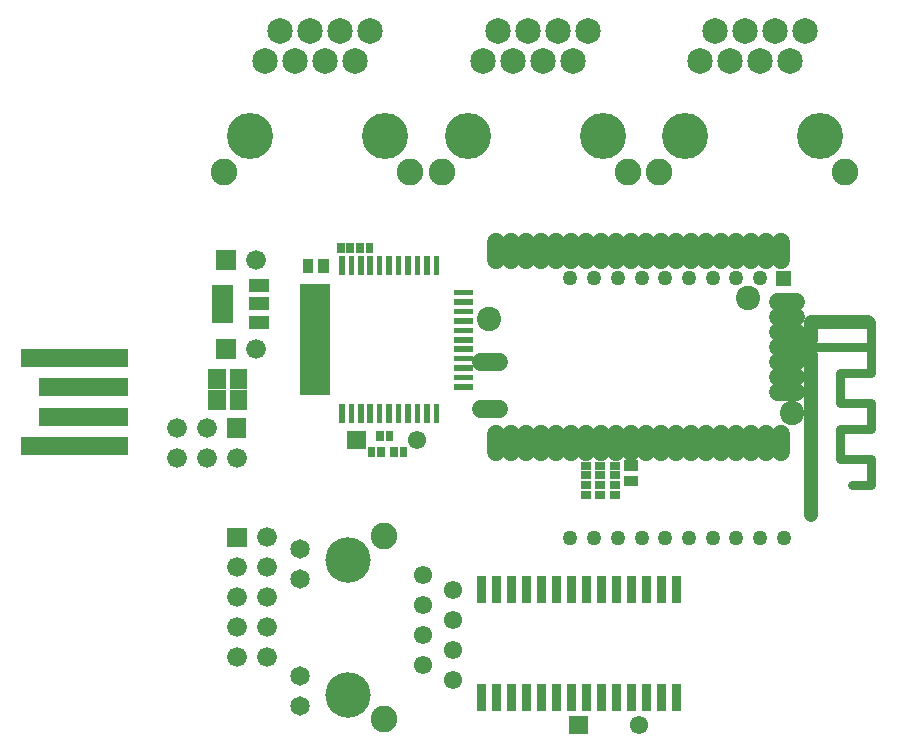
<source format=gbr>
G04 start of page 6 for group -4063 idx -4063 *
G04 Title: (unknown), componentmask *
G04 Creator: pcb 1.99z *
G04 CreationDate: Sun 16 Nov 2014 06:28:29 AM GMT UTC *
G04 For: commonadmin *
G04 Format: Gerber/RS-274X *
G04 PCB-Dimensions (mil): 3000.00 2500.00 *
G04 PCB-Coordinate-Origin: lower left *
%MOIN*%
%FSLAX25Y25*%
%LNTOPMASK*%
%ADD102R,0.0300X0.0300*%
%ADD101C,0.0450*%
%ADD100C,0.0300*%
%ADD99C,0.0600*%
%ADD98R,0.0257X0.0257*%
%ADD97R,0.0187X0.0187*%
%ADD96R,0.0670X0.0670*%
%ADD95R,0.0572X0.0572*%
%ADD94R,0.0594X0.0594*%
%ADD93R,0.0430X0.0430*%
%ADD92R,0.0547X0.0547*%
%ADD91R,0.0355X0.0355*%
%ADD90C,0.1517*%
%ADD89C,0.0611*%
%ADD88C,0.0651*%
%ADD87C,0.0500*%
%ADD86C,0.0887*%
%ADD85C,0.1536*%
%ADD84C,0.0851*%
%ADD83C,0.0810*%
%ADD82C,0.0610*%
%ADD81C,0.0660*%
%ADD80C,0.0001*%
G54D80*G36*
X66700Y140800D02*Y134200D01*
X73300D01*
Y140800D01*
X66700D01*
G37*
G54D81*X80000Y137500D03*
G54D80*G36*
X66700Y170300D02*Y163700D01*
X73300D01*
Y170300D01*
X66700D01*
G37*
G54D81*X80000Y167000D03*
G54D80*G36*
X70200Y114300D02*Y107700D01*
X76800D01*
Y114300D01*
X70200D01*
G37*
G36*
X110450Y110050D02*Y103950D01*
X116550D01*
Y110050D01*
X110450D01*
G37*
G54D82*X133500Y107000D03*
G54D81*X63500Y111000D03*
Y101000D03*
X53500D03*
Y111000D03*
G54D83*X157500Y147500D03*
G54D84*X88000Y243500D03*
X83000Y233500D03*
X93000D03*
X98000Y243500D03*
X108000D03*
X118000D03*
X103000Y233500D03*
X113000D03*
G54D85*X78000Y208500D03*
G54D86*X69457Y196492D03*
G54D85*X123000Y208500D03*
X150500D03*
X195500D03*
G54D86*X131465Y196492D03*
X141957D03*
X203965D03*
X214457D03*
G54D84*X160500Y243500D03*
X170500D03*
X155500Y233500D03*
X165500D03*
X175500D03*
X185500D03*
G54D85*X223000Y208500D03*
X268000D03*
G54D86*X276465Y196492D03*
G54D84*X180500Y243500D03*
X190500D03*
X233000D03*
X243000D03*
X253000D03*
X263000D03*
X228000Y233500D03*
X238000D03*
X248000D03*
X258000D03*
G54D87*X255900Y74400D03*
X248000D03*
X240100D03*
X232200Y161000D03*
X224300D03*
X216400D03*
X208500D03*
X200600D03*
X192700D03*
X184800D03*
G54D83*X258500Y116000D03*
G54D80*G36*
X253400Y163500D02*Y158500D01*
X258400D01*
Y163500D01*
X253400D01*
G37*
G54D87*X248000Y161000D03*
X240100D03*
G54D83*X244000Y154500D03*
G54D81*X73500Y101000D03*
G54D80*G36*
X70216Y77922D02*Y71322D01*
X76816D01*
Y77922D01*
X70216D01*
G37*
G54D81*X73516Y64622D03*
Y54622D03*
X83516D03*
Y64622D03*
X73516Y44622D03*
Y34622D03*
X83516D03*
Y44622D03*
Y74622D03*
G54D88*X94516Y70622D03*
Y60622D03*
Y18417D03*
Y28417D03*
G54D87*X232200Y74400D03*
X224300D03*
X216400D03*
X208500D03*
X200600D03*
X192700D03*
X184800D03*
G54D80*G36*
X184466Y15172D02*Y9072D01*
X190566D01*
Y15172D01*
X184466D01*
G37*
G54D82*X207516Y12122D03*
G54D89*X145500Y57000D03*
X135500Y62000D03*
Y52000D03*
Y42000D03*
X145500Y47000D03*
Y37000D03*
Y27000D03*
X135500Y32000D03*
G54D90*X110500Y67000D03*
Y22000D03*
G54D86*X122508Y75031D03*
Y14008D03*
G54D91*X97352Y165492D02*Y164508D01*
X102470Y165492D02*Y164508D01*
G54D92*X97454Y149949D02*X101880D01*
X97454Y146800D02*X101880D01*
X97454Y156248D02*X101880D01*
X97454Y153099D02*X101880D01*
G54D93*X79800Y146400D02*X82200D01*
X79800Y152500D02*X82200D01*
X79800Y158600D02*X82200D01*
G54D94*X4736Y134528D02*X34264D01*
X10642Y124685D02*X34264D01*
G54D95*X67000Y120893D02*Y120107D01*
G54D94*X10642Y114843D02*X34264D01*
X4736Y105000D02*X34264D01*
G54D95*X67000Y127893D02*Y127107D01*
X74086Y120893D02*Y120107D01*
Y127893D02*Y127107D01*
G54D92*X97454Y137351D02*X101880D01*
X97454Y134201D02*X101880D01*
X97454Y131052D02*X101880D01*
X97454Y127902D02*X101880D01*
X97454Y124752D02*X101880D01*
X97454Y143650D02*X101880D01*
X97454Y140500D02*X101880D01*
G54D96*X68800Y155500D02*Y149500D01*
G54D97*X108604Y118028D02*Y113602D01*
X111753Y118028D02*Y113602D01*
X114903Y118028D02*Y113602D01*
X118052Y118028D02*Y113602D01*
X121202Y118028D02*Y113602D01*
G54D98*X121352Y108893D02*Y108107D01*
X124500Y108893D02*Y108107D01*
X126000Y103393D02*Y102607D01*
X129148Y103393D02*Y102607D01*
X121648Y103393D02*Y102607D01*
X118500Y103393D02*Y102607D01*
G54D97*X124352Y118028D02*Y113602D01*
X127501Y118028D02*Y113602D01*
X130651Y118028D02*Y113602D01*
X133800Y118028D02*Y113602D01*
X136950Y118028D02*Y113602D01*
X140100Y118028D02*Y113602D01*
G54D99*X155000Y117500D02*X161000D01*
X160000Y109000D02*Y103000D01*
X165000Y109000D02*Y103000D01*
X170000Y109000D02*Y103000D01*
X175000Y109000D02*Y103000D01*
X180000Y109000D02*Y103000D01*
X185000Y109000D02*Y103000D01*
X190000Y109000D02*Y103000D01*
G54D100*X285000Y146500D02*Y129400D01*
X274600D02*X285000D01*
X274600Y119500D02*X285000D01*
X274600Y129400D02*Y119500D01*
G54D101*X263500Y135500D02*X265000D01*
X263500Y140500D02*X265000D01*
G54D100*X263000Y138000D02*X285000D01*
G54D101*X265000Y146500D02*Y140500D01*
Y146500D02*X284000D01*
G54D100*X285000Y119500D02*Y110800D01*
X274600D02*X285000D01*
X274600D02*Y100900D01*
G54D101*X265000Y135500D02*Y82000D01*
G54D100*X274600Y100900D02*X285000D01*
Y92200D01*
X278500D02*X285000D01*
G54D99*X225000Y109000D02*Y103000D01*
X230000Y109000D02*Y103000D01*
X235000Y109000D02*Y103000D01*
X240000Y109000D02*Y103000D01*
X245000Y109000D02*Y103000D01*
X250000Y109000D02*Y103000D01*
X255000Y109000D02*Y103000D01*
X254000Y153000D02*X260000D01*
X254000Y148000D02*X260000D01*
X254000Y143000D02*X260000D01*
X254000Y138000D02*X260000D01*
X254000Y133000D02*X260000D01*
X254000Y128000D02*X260000D01*
X254000Y123000D02*X260000D01*
G54D91*X204508Y93441D02*X205492D01*
X204508Y98559D02*X205492D01*
G54D98*X199107Y98500D02*X199893D01*
X199107Y95352D02*X199893D01*
X199107Y92000D02*X199893D01*
X189607Y98500D02*X190393D01*
X189607Y95352D02*X190393D01*
X194107Y98500D02*X194893D01*
X194107Y95352D02*X194893D01*
X189607Y92000D02*X190393D01*
X189607Y88852D02*X190393D01*
X194107Y92000D02*X194893D01*
G54D99*X195000Y109000D02*Y103000D01*
X200000Y109000D02*Y103000D01*
G54D98*X194107Y88852D02*X194893D01*
X199107D02*X199893D01*
G54D102*X220016Y60122D02*Y54122D01*
X215016Y60122D02*Y54122D01*
X210016Y60122D02*Y54122D01*
X205016Y60122D02*Y54122D01*
X200016Y60122D02*Y54122D01*
Y24122D02*Y18122D01*
X205016Y24122D02*Y18122D01*
X210016Y24122D02*Y18122D01*
X215016Y24122D02*Y18122D01*
X220016Y24122D02*Y18122D01*
G54D99*X205000Y109000D02*Y103000D01*
X210000Y109000D02*Y103000D01*
X215000Y109000D02*Y103000D01*
X220000Y109000D02*Y103000D01*
G54D102*X195016Y60122D02*Y54122D01*
X190016Y60122D02*Y54122D01*
X185016Y60122D02*Y54122D01*
X180016Y60122D02*Y54122D01*
X155016Y24122D02*Y18122D01*
X160016Y24122D02*Y18122D01*
X165016Y24122D02*Y18122D01*
X170016Y24122D02*Y18122D01*
X175016Y24122D02*Y18122D01*
X180016Y24122D02*Y18122D01*
X195016Y24122D02*Y18122D01*
X185016Y24122D02*Y18122D01*
X190016Y24122D02*Y18122D01*
X175016Y60122D02*Y54122D01*
X170016Y60122D02*Y54122D01*
X165016Y60122D02*Y54122D01*
X160016Y60122D02*Y54122D01*
X155016Y60122D02*Y54122D01*
G54D97*X140100Y167398D02*Y162972D01*
G54D99*X160000Y173000D02*Y167000D01*
X165000Y173000D02*Y167000D01*
X170000Y173000D02*Y167000D01*
X175000Y173000D02*Y167000D01*
X180000Y173000D02*Y167000D01*
X185000Y173000D02*Y167000D01*
X190000Y173000D02*Y167000D01*
X195000Y173000D02*Y167000D01*
X200000Y173000D02*Y167000D01*
X205000Y173000D02*Y167000D01*
X210000Y173000D02*Y167000D01*
X215000Y173000D02*Y167000D01*
X220000Y173000D02*Y167000D01*
X225000Y173000D02*Y167000D01*
X230000Y173000D02*Y167000D01*
X235000Y173000D02*Y167000D01*
X240000Y173000D02*Y167000D01*
X245000Y173000D02*Y167000D01*
X255000Y173000D02*Y167000D01*
X250000Y173000D02*Y167000D01*
G54D97*X146824Y124752D02*X151250D01*
X146824Y127901D02*X151250D01*
X146824Y131051D02*X151250D01*
G54D99*X155000Y133000D02*X161000D01*
G54D97*X146824Y134200D02*X151250D01*
X146824Y137350D02*X151250D01*
X146824Y140500D02*X151250D01*
X146824Y143649D02*X151250D01*
X146824Y146799D02*X151250D01*
X146824Y149948D02*X151250D01*
X146824Y153098D02*X151250D01*
X146824Y156248D02*X151250D01*
G54D98*X108204Y171393D02*Y170607D01*
X111352Y171393D02*Y170607D01*
X117852Y171393D02*Y170607D01*
X114704Y171393D02*Y170607D01*
G54D97*X136951Y167398D02*Y162972D01*
X133801Y167398D02*Y162972D01*
X130652Y167398D02*Y162972D01*
X127502Y167398D02*Y162972D01*
X124352Y167398D02*Y162972D01*
X121203Y167398D02*Y162972D01*
X118053Y167398D02*Y162972D01*
X114904Y167398D02*Y162972D01*
X111754Y167398D02*Y162972D01*
X108604Y167398D02*Y162972D01*
M02*

</source>
